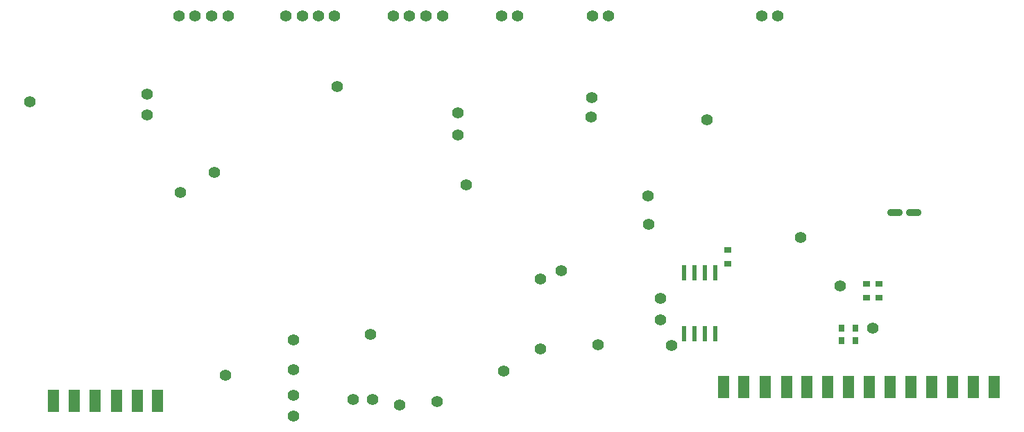
<source format=gbr>
G04 DipTrace 4.1.2.0*
G04 4_Layer_Bottom_PMask.gbr*
%MOIN*%
G04 #@! TF.FileFunction,Paste,Bot*
G04 #@! TF.Part,Single*
%ADD28C,0.055118*%
%ADD104R,0.019685X0.074803*%
%ADD133R,0.055118X0.110236*%
%ADD135O,0.074803X0.035433*%
%ADD157R,0.031063X0.036063*%
%ADD159R,0.036063X0.031063*%
%FSLAX26Y26*%
G04*
G70*
G90*
G75*
G01*
G04 BotPaste*
%LPD*%
D159*
X4271654Y897638D3*
Y830709D3*
X4212598Y897638D3*
Y830709D3*
D135*
X4348425Y1242126D3*
D133*
X4824409Y401575D3*
X4724409D3*
X4624409D3*
X4524409D3*
X4424409D3*
X4324409D3*
X4224409D3*
X4124409D3*
X4024409D3*
X3925984D3*
X3827559D3*
X3725197D3*
X3622835D3*
X3524409D3*
X805512Y334646D3*
X707087D3*
X608661D3*
X506299D3*
X403937D3*
X305512D3*
D135*
X4438976Y1242126D3*
D28*
X1838583Y340551D3*
X2149606Y332677D3*
X1968504Y314961D3*
X1744094Y340551D3*
X2891732Y1795276D3*
X2889764Y1702756D3*
X3220472Y826772D3*
Y724409D3*
X1456693Y261811D3*
Y362205D3*
Y484252D3*
Y627953D3*
X1828740Y653543D3*
X3444882Y1687008D3*
X2468504Y478346D3*
X1131890Y458661D3*
X1076772Y1433071D3*
X1669291Y1846457D3*
X2645669Y584646D3*
X907480Y2188976D3*
X986220D3*
X1064961D3*
X1143701D3*
X1421260D3*
X1500000D3*
X1578740D3*
X1655512D3*
X1937008D3*
X2015748D3*
X2094488D3*
X2173228D3*
X2456693D3*
X2535433D3*
X3706693D3*
X2893701D3*
X2972441D3*
X3785433D3*
X915354Y1338583D3*
X2248031Y1616142D3*
Y1722441D3*
X755906Y1811024D3*
Y1710630D3*
X192913Y1773622D3*
X3895669Y1120079D3*
X2744094Y962598D3*
X3165354Y1183071D3*
X2643701Y921260D3*
X3161417Y1320866D3*
X4084646Y887795D3*
X2287402Y1375984D3*
X2921260Y606299D3*
X4242126Y685039D3*
X3275591Y600394D3*
D159*
X3545276Y1061024D3*
Y994094D3*
D157*
X4090551Y685039D3*
X4157480D3*
X4090551Y625984D3*
X4157480D3*
D104*
X3486220Y659449D3*
X3436220D3*
X3386220D3*
X3336220D3*
Y950787D3*
X3386220D3*
X3436220D3*
X3486220D3*
M02*

</source>
